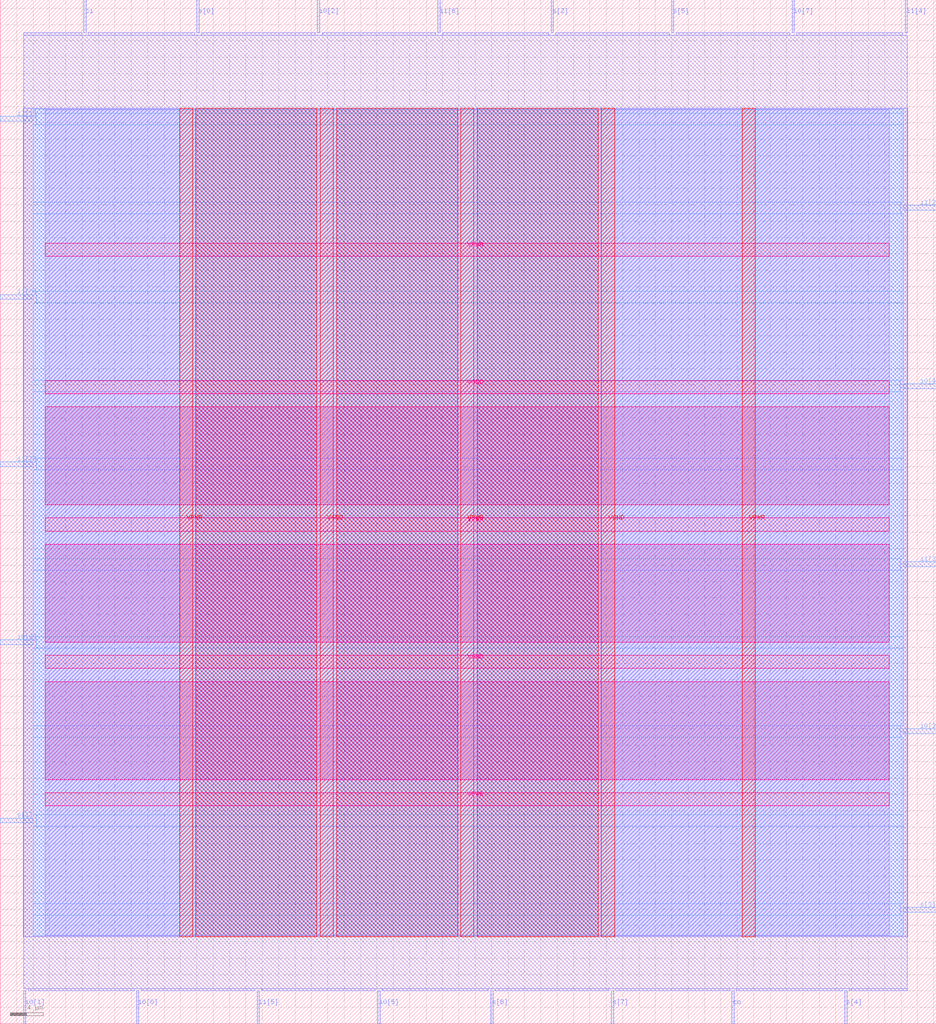
<source format=lef>
VERSION 5.7 ;
  NOWIREEXTENSIONATPIN ON ;
  DIVIDERCHAR "/" ;
  BUSBITCHARS "[]" ;
MACRO adder
  CLASS BLOCK ;
  FOREIGN adder ;
  ORIGIN 0.000 0.000 ;
  SIZE 114.290 BY 125.010 ;
  PIN ci
    DIRECTION INPUT ;
    USE SIGNAL ;
    PORT
      LAYER met2 ;
        RECT 10.210 121.010 10.490 125.010 ;
    END
  END ci
  PIN co
    DIRECTION OUTPUT TRISTATE ;
    USE SIGNAL ;
    PORT
      LAYER met2 ;
        RECT 89.330 0.000 89.610 4.000 ;
    END
  END co
  PIN i0[0]
    DIRECTION INPUT ;
    USE SIGNAL ;
    PORT
      LAYER met2 ;
        RECT 16.650 0.000 16.930 4.000 ;
    END
  END i0[0]
  PIN i0[1]
    DIRECTION INPUT ;
    USE SIGNAL ;
    PORT
      LAYER met2 ;
        RECT 2.850 0.000 3.130 4.000 ;
    END
  END i0[1]
  PIN i0[2]
    DIRECTION INPUT ;
    USE SIGNAL ;
    PORT
      LAYER met2 ;
        RECT 38.730 121.010 39.010 125.010 ;
    END
  END i0[2]
  PIN i0[3]
    DIRECTION INPUT ;
    USE SIGNAL ;
    PORT
      LAYER met3 ;
        RECT 110.290 35.400 114.290 36.000 ;
    END
  END i0[3]
  PIN i0[4]
    DIRECTION INPUT ;
    USE SIGNAL ;
    PORT
      LAYER met3 ;
        RECT 110.290 77.560 114.290 78.160 ;
    END
  END i0[4]
  PIN i0[5]
    DIRECTION INPUT ;
    USE SIGNAL ;
    PORT
      LAYER met2 ;
        RECT 46.090 0.000 46.370 4.000 ;
    END
  END i0[5]
  PIN i0[6]
    DIRECTION INPUT ;
    USE SIGNAL ;
    PORT
      LAYER met3 ;
        RECT 0.000 46.280 4.000 46.880 ;
    END
  END i0[6]
  PIN i0[7]
    DIRECTION INPUT ;
    USE SIGNAL ;
    PORT
      LAYER met2 ;
        RECT 96.690 121.010 96.970 125.010 ;
    END
  END i0[7]
  PIN i1[0]
    DIRECTION INPUT ;
    USE SIGNAL ;
    PORT
      LAYER met3 ;
        RECT 0.000 88.440 4.000 89.040 ;
    END
  END i1[0]
  PIN i1[1]
    DIRECTION INPUT ;
    USE SIGNAL ;
    PORT
      LAYER met3 ;
        RECT 0.000 110.200 4.000 110.800 ;
    END
  END i1[1]
  PIN i1[2]
    DIRECTION INPUT ;
    USE SIGNAL ;
    PORT
      LAYER met3 ;
        RECT 110.290 99.320 114.290 99.920 ;
    END
  END i1[2]
  PIN i1[3]
    DIRECTION INPUT ;
    USE SIGNAL ;
    PORT
      LAYER met3 ;
        RECT 110.290 55.800 114.290 56.400 ;
    END
  END i1[3]
  PIN i1[4]
    DIRECTION INPUT ;
    USE SIGNAL ;
    PORT
      LAYER met2 ;
        RECT 110.490 121.010 110.770 125.010 ;
    END
  END i1[4]
  PIN i1[5]
    DIRECTION INPUT ;
    USE SIGNAL ;
    PORT
      LAYER met2 ;
        RECT 31.370 0.000 31.650 4.000 ;
    END
  END i1[5]
  PIN i1[6]
    DIRECTION INPUT ;
    USE SIGNAL ;
    PORT
      LAYER met2 ;
        RECT 53.450 121.010 53.730 125.010 ;
    END
  END i1[6]
  PIN i1[7]
    DIRECTION INPUT ;
    USE SIGNAL ;
    PORT
      LAYER met3 ;
        RECT 0.000 68.040 4.000 68.640 ;
    END
  END i1[7]
  PIN s[0]
    DIRECTION OUTPUT TRISTATE ;
    USE SIGNAL ;
    PORT
      LAYER met2 ;
        RECT 24.010 121.010 24.290 125.010 ;
    END
  END s[0]
  PIN s[1]
    DIRECTION OUTPUT TRISTATE ;
    USE SIGNAL ;
    PORT
      LAYER met3 ;
        RECT 0.000 24.520 4.000 25.120 ;
    END
  END s[1]
  PIN s[2]
    DIRECTION OUTPUT TRISTATE ;
    USE SIGNAL ;
    PORT
      LAYER met2 ;
        RECT 67.250 121.010 67.530 125.010 ;
    END
  END s[2]
  PIN s[3]
    DIRECTION OUTPUT TRISTATE ;
    USE SIGNAL ;
    PORT
      LAYER met3 ;
        RECT 110.290 13.640 114.290 14.240 ;
    END
  END s[3]
  PIN s[4]
    DIRECTION OUTPUT TRISTATE ;
    USE SIGNAL ;
    PORT
      LAYER met2 ;
        RECT 103.130 0.000 103.410 4.000 ;
    END
  END s[4]
  PIN s[5]
    DIRECTION OUTPUT TRISTATE ;
    USE SIGNAL ;
    PORT
      LAYER met2 ;
        RECT 81.970 121.010 82.250 125.010 ;
    END
  END s[5]
  PIN s[6]
    DIRECTION OUTPUT TRISTATE ;
    USE SIGNAL ;
    PORT
      LAYER met2 ;
        RECT 59.890 0.000 60.170 4.000 ;
    END
  END s[6]
  PIN s[7]
    DIRECTION OUTPUT TRISTATE ;
    USE SIGNAL ;
    PORT
      LAYER met2 ;
        RECT 74.610 0.000 74.890 4.000 ;
    END
  END s[7]
  PIN VPWR
    DIRECTION INOUT ;
    USE POWER ;
    PORT
      LAYER met4 ;
        RECT 90.585 10.640 92.185 111.760 ;
    END
  END VPWR
  PIN VPWR
    DIRECTION INOUT ;
    USE POWER ;
    PORT
      LAYER met4 ;
        RECT 56.240 10.640 57.840 111.760 ;
    END
  END VPWR
  PIN VPWR
    DIRECTION INOUT ;
    USE POWER ;
    PORT
      LAYER met4 ;
        RECT 21.895 10.640 23.495 111.760 ;
    END
  END VPWR
  PIN VPWR
    DIRECTION INOUT ;
    USE POWER ;
    PORT
      LAYER met5 ;
        RECT 5.520 93.705 108.560 95.305 ;
    END
  END VPWR
  PIN VPWR
    DIRECTION INOUT ;
    USE POWER ;
    PORT
      LAYER met5 ;
        RECT 5.520 60.160 108.560 61.760 ;
    END
  END VPWR
  PIN VPWR
    DIRECTION INOUT ;
    USE POWER ;
    PORT
      LAYER met5 ;
        RECT 5.520 26.615 108.560 28.215 ;
    END
  END VPWR
  PIN VGND
    DIRECTION INOUT ;
    USE GROUND ;
    PORT
      LAYER met4 ;
        RECT 73.415 10.640 75.015 111.760 ;
    END
  END VGND
  PIN VGND
    DIRECTION INOUT ;
    USE GROUND ;
    PORT
      LAYER met4 ;
        RECT 39.065 10.640 40.665 111.760 ;
    END
  END VGND
  PIN VGND
    DIRECTION INOUT ;
    USE GROUND ;
    PORT
      LAYER met5 ;
        RECT 5.520 76.935 108.560 78.535 ;
    END
  END VGND
  PIN VGND
    DIRECTION INOUT ;
    USE GROUND ;
    PORT
      LAYER met5 ;
        RECT 5.520 43.385 108.560 44.985 ;
    END
  END VGND
  OBS
      LAYER li1 ;
        RECT 5.520 10.795 108.560 111.605 ;
      LAYER met1 ;
        RECT 2.830 10.640 110.790 111.760 ;
      LAYER met2 ;
        RECT 2.860 120.730 9.930 121.010 ;
        RECT 10.770 120.730 23.730 121.010 ;
        RECT 24.570 120.730 38.450 121.010 ;
        RECT 39.290 120.730 53.170 121.010 ;
        RECT 54.010 120.730 66.970 121.010 ;
        RECT 67.810 120.730 81.690 121.010 ;
        RECT 82.530 120.730 96.410 121.010 ;
        RECT 97.250 120.730 110.210 121.010 ;
        RECT 2.860 4.280 110.760 120.730 ;
        RECT 3.410 4.000 16.370 4.280 ;
        RECT 17.210 4.000 31.090 4.280 ;
        RECT 31.930 4.000 45.810 4.280 ;
        RECT 46.650 4.000 59.610 4.280 ;
        RECT 60.450 4.000 74.330 4.280 ;
        RECT 75.170 4.000 89.050 4.280 ;
        RECT 89.890 4.000 102.850 4.280 ;
        RECT 103.690 4.000 110.760 4.280 ;
      LAYER met3 ;
        RECT 4.000 111.200 110.290 111.685 ;
        RECT 4.400 109.800 110.290 111.200 ;
        RECT 4.000 100.320 110.290 109.800 ;
        RECT 4.000 98.920 109.890 100.320 ;
        RECT 4.000 89.440 110.290 98.920 ;
        RECT 4.400 88.040 110.290 89.440 ;
        RECT 4.000 78.560 110.290 88.040 ;
        RECT 4.000 77.160 109.890 78.560 ;
        RECT 4.000 69.040 110.290 77.160 ;
        RECT 4.400 67.640 110.290 69.040 ;
        RECT 4.000 56.800 110.290 67.640 ;
        RECT 4.000 55.400 109.890 56.800 ;
        RECT 4.000 47.280 110.290 55.400 ;
        RECT 4.400 45.880 110.290 47.280 ;
        RECT 4.000 36.400 110.290 45.880 ;
        RECT 4.000 35.000 109.890 36.400 ;
        RECT 4.000 25.520 110.290 35.000 ;
        RECT 4.400 24.120 110.290 25.520 ;
        RECT 4.000 14.640 110.290 24.120 ;
        RECT 4.000 13.240 109.890 14.640 ;
        RECT 4.000 10.715 110.290 13.240 ;
      LAYER met4 ;
        RECT 23.895 10.640 38.665 111.760 ;
        RECT 41.065 10.640 55.840 111.760 ;
        RECT 58.240 10.640 73.015 111.760 ;
      LAYER met5 ;
        RECT 5.520 63.360 108.560 75.335 ;
        RECT 5.520 46.585 108.560 58.560 ;
        RECT 5.520 29.815 108.560 41.785 ;
  END
END adder
END LIBRARY


</source>
